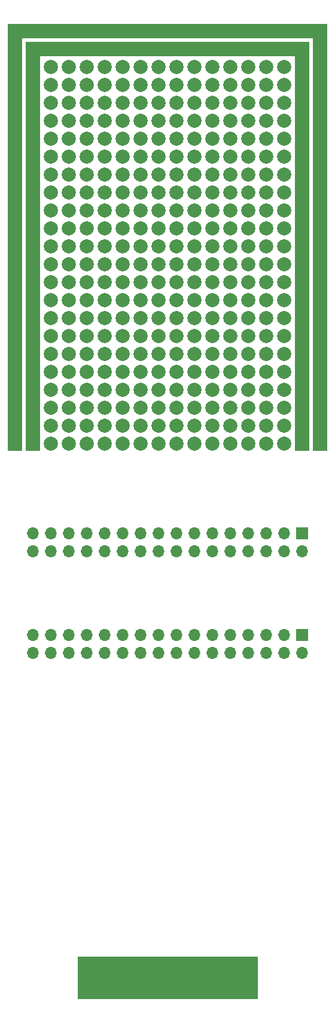
<source format=gts>
%TF.GenerationSoftware,KiCad,Pcbnew,8.0.3-8.0.3-0~ubuntu24.04.1*%
%TF.CreationDate,2024-06-19T14:37:04-05:00*%
%TF.ProjectId,protopak64,70726f74-6f70-4616-9b36-342e6b696361,rev?*%
%TF.SameCoordinates,Original*%
%TF.FileFunction,Soldermask,Top*%
%TF.FilePolarity,Negative*%
%FSLAX46Y46*%
G04 Gerber Fmt 4.6, Leading zero omitted, Abs format (unit mm)*
G04 Created by KiCad (PCBNEW 8.0.3-8.0.3-0~ubuntu24.04.1) date 2024-06-19 14:37:04*
%MOMM*%
%LPD*%
G01*
G04 APERTURE LIST*
%ADD10C,0.120000*%
%ADD11C,0.000000*%
%ADD12R,1.700000X1.700000*%
%ADD13O,1.700000X1.700000*%
%ADD14R,1.000000X5.400000*%
%ADD15R,2.000000X2.000000*%
%ADD16C,2.000000*%
G04 APERTURE END LIST*
D10*
X131064000Y-155219000D02*
X156464000Y-155219000D01*
X156464000Y-149319000D01*
X131064000Y-149319000D01*
X131064000Y-155219000D01*
G36*
X131064000Y-155219000D02*
G01*
X156464000Y-155219000D01*
X156464000Y-149319000D01*
X131064000Y-149319000D01*
X131064000Y-155219000D01*
G37*
D11*
G36*
X163814000Y-77708000D02*
G01*
X161814000Y-77708000D01*
X161814000Y-21828000D01*
X125714000Y-21828000D01*
X125714000Y-77708000D01*
X123714000Y-77708000D01*
X123714000Y-19828000D01*
X163814000Y-19828000D01*
X163814000Y-77708000D01*
G37*
G36*
X166354000Y-77708000D02*
G01*
X164354000Y-77708000D01*
X164354000Y-19288000D01*
X123174000Y-19288000D01*
X123174000Y-77708000D01*
X121174000Y-77708000D01*
X121174000Y-17288000D01*
X166354000Y-17288000D01*
X166354000Y-77708000D01*
G37*
D12*
X162814000Y-89408000D03*
D13*
X162814000Y-91948000D03*
X160274000Y-89408000D03*
X160274000Y-91948000D03*
X157734000Y-89408000D03*
X157734000Y-91948000D03*
X155194000Y-89408000D03*
X155194000Y-91948000D03*
X152654000Y-89408000D03*
X152654000Y-91948000D03*
X150114000Y-89408000D03*
X150114000Y-91948000D03*
X147574000Y-89408000D03*
X147574000Y-91948000D03*
X145034000Y-89408000D03*
X145034000Y-91948000D03*
X142494000Y-89408000D03*
X142494000Y-91948000D03*
X139954000Y-89408000D03*
X139954000Y-91948000D03*
X137414000Y-89408000D03*
X137414000Y-91948000D03*
X134874000Y-89408000D03*
X134874000Y-91948000D03*
X132334000Y-89408000D03*
X132334000Y-91948000D03*
X129794000Y-89408000D03*
X129794000Y-91948000D03*
X127254000Y-89408000D03*
X127254000Y-91948000D03*
X124714000Y-89408000D03*
X124714000Y-91948000D03*
D12*
X162814000Y-103754000D03*
D13*
X162814000Y-106294000D03*
X160274000Y-103754000D03*
X160274000Y-106294000D03*
X157734000Y-103754000D03*
X157734000Y-106294000D03*
X155194000Y-103754000D03*
X155194000Y-106294000D03*
X152654000Y-103754000D03*
X152654000Y-106294000D03*
X150114000Y-103754000D03*
X150114000Y-106294000D03*
X147574000Y-103754000D03*
X147574000Y-106294000D03*
X145034000Y-103754000D03*
X145034000Y-106294000D03*
X142494000Y-103754000D03*
X142494000Y-106294000D03*
X139954000Y-103754000D03*
X139954000Y-106294000D03*
X137414000Y-103754000D03*
X137414000Y-106294000D03*
X134874000Y-103754000D03*
X134874000Y-106294000D03*
X132334000Y-103754000D03*
X132334000Y-106294000D03*
X129794000Y-103754000D03*
X129794000Y-106294000D03*
X127254000Y-103754000D03*
X127254000Y-106294000D03*
X124714000Y-103754000D03*
X124714000Y-106294000D03*
D14*
X155014000Y-152019000D03*
X153514000Y-152019000D03*
X152014000Y-152019000D03*
X150514000Y-152019000D03*
X149014000Y-152019000D03*
X147514000Y-152019000D03*
X146014000Y-152019000D03*
X144514000Y-152019000D03*
X143014000Y-152019000D03*
X141514000Y-152019000D03*
X140014000Y-152019000D03*
X138514000Y-152019000D03*
X137014000Y-152019000D03*
X135514000Y-152019000D03*
X134014000Y-152019000D03*
X132514000Y-152019000D03*
D15*
X122174000Y-18288000D03*
X124714000Y-18288000D03*
X127254000Y-18288000D03*
X129794000Y-18288000D03*
X132334000Y-18288000D03*
X134874000Y-18288000D03*
X137414000Y-18288000D03*
X139954000Y-18288000D03*
X142494000Y-18288000D03*
X145034000Y-18288000D03*
X147574000Y-18288000D03*
X150114000Y-18288000D03*
X152654000Y-18288000D03*
X155194000Y-18288000D03*
X157734000Y-18288000D03*
X160274000Y-18288000D03*
X162814000Y-18288000D03*
X165354000Y-18288000D03*
X122174000Y-20828000D03*
X124714000Y-20828000D03*
X127254000Y-20828000D03*
X129794000Y-20828000D03*
X132334000Y-20828000D03*
X134874000Y-20828000D03*
X137414000Y-20828000D03*
X139954000Y-20828000D03*
X142494000Y-20828000D03*
X145034000Y-20828000D03*
X147574000Y-20828000D03*
X150114000Y-20828000D03*
X152654000Y-20828000D03*
X155194000Y-20828000D03*
X157734000Y-20828000D03*
X160274000Y-20828000D03*
X162814000Y-20828000D03*
X165354000Y-20828000D03*
X122174000Y-23368000D03*
X124714000Y-23368000D03*
D16*
X127254000Y-23368000D03*
X129794000Y-23368000D03*
X132334000Y-23368000D03*
X134874000Y-23368000D03*
X137414000Y-23368000D03*
X139954000Y-23368000D03*
X142494000Y-23368000D03*
X145034000Y-23368000D03*
X147574000Y-23368000D03*
X150114000Y-23368000D03*
X152654000Y-23368000D03*
X155194000Y-23368000D03*
X157734000Y-23368000D03*
X160274000Y-23368000D03*
D15*
X162814000Y-23368000D03*
X165354000Y-23368000D03*
X122174000Y-25908000D03*
X124714000Y-25908000D03*
D16*
X127254000Y-25908000D03*
X129794000Y-25908000D03*
X132334000Y-25908000D03*
X134874000Y-25908000D03*
X137414000Y-25908000D03*
X139954000Y-25908000D03*
X142494000Y-25908000D03*
X145034000Y-25908000D03*
X147574000Y-25908000D03*
X150114000Y-25908000D03*
X152654000Y-25908000D03*
X155194000Y-25908000D03*
X157734000Y-25908000D03*
X160274000Y-25908000D03*
D15*
X162814000Y-25908000D03*
X165354000Y-25908000D03*
X122174000Y-28448000D03*
X124714000Y-28448000D03*
D16*
X127254000Y-28448000D03*
X129794000Y-28448000D03*
X132334000Y-28448000D03*
X134874000Y-28448000D03*
X137414000Y-28448000D03*
X139954000Y-28448000D03*
X142494000Y-28448000D03*
X145034000Y-28448000D03*
X147574000Y-28448000D03*
X150114000Y-28448000D03*
X152654000Y-28448000D03*
X155194000Y-28448000D03*
X157734000Y-28448000D03*
X160274000Y-28448000D03*
D15*
X162814000Y-28448000D03*
X165354000Y-28448000D03*
X122174000Y-30988000D03*
X124714000Y-30988000D03*
D16*
X127254000Y-30988000D03*
X129794000Y-30988000D03*
X132334000Y-30988000D03*
X134874000Y-30988000D03*
X137414000Y-30988000D03*
X139954000Y-30988000D03*
X142494000Y-30988000D03*
X145034000Y-30988000D03*
X147574000Y-30988000D03*
X150114000Y-30988000D03*
X152654000Y-30988000D03*
X155194000Y-30988000D03*
X157734000Y-30988000D03*
X160274000Y-30988000D03*
D15*
X162814000Y-30988000D03*
X165354000Y-30988000D03*
X122174000Y-33528000D03*
X124714000Y-33528000D03*
D16*
X127254000Y-33528000D03*
X129794000Y-33528000D03*
X132334000Y-33528000D03*
X134874000Y-33528000D03*
X137414000Y-33528000D03*
X139954000Y-33528000D03*
X142494000Y-33528000D03*
X145034000Y-33528000D03*
X147574000Y-33528000D03*
X150114000Y-33528000D03*
X152654000Y-33528000D03*
X155194000Y-33528000D03*
X157734000Y-33528000D03*
X160274000Y-33528000D03*
D15*
X162814000Y-33528000D03*
X165354000Y-33528000D03*
X122174000Y-36068000D03*
X124714000Y-36068000D03*
D16*
X127254000Y-36068000D03*
X129794000Y-36068000D03*
X132334000Y-36068000D03*
X134874000Y-36068000D03*
X137414000Y-36068000D03*
X139954000Y-36068000D03*
X142494000Y-36068000D03*
X145034000Y-36068000D03*
X147574000Y-36068000D03*
X150114000Y-36068000D03*
X152654000Y-36068000D03*
X155194000Y-36068000D03*
X157734000Y-36068000D03*
X160274000Y-36068000D03*
D15*
X162814000Y-36068000D03*
X165354000Y-36068000D03*
X122174000Y-38608000D03*
X124714000Y-38608000D03*
D16*
X127254000Y-38608000D03*
X129794000Y-38608000D03*
X132334000Y-38608000D03*
X134874000Y-38608000D03*
X137414000Y-38608000D03*
X139954000Y-38608000D03*
X142494000Y-38608000D03*
X145034000Y-38608000D03*
X147574000Y-38608000D03*
X150114000Y-38608000D03*
X152654000Y-38608000D03*
X155194000Y-38608000D03*
X157734000Y-38608000D03*
X160274000Y-38608000D03*
D15*
X162814000Y-38608000D03*
X165354000Y-38608000D03*
X122174000Y-41148000D03*
X124714000Y-41148000D03*
D16*
X127254000Y-41148000D03*
X129794000Y-41148000D03*
X132334000Y-41148000D03*
X134874000Y-41148000D03*
X137414000Y-41148000D03*
X139954000Y-41148000D03*
X142494000Y-41148000D03*
X145034000Y-41148000D03*
X147574000Y-41148000D03*
X150114000Y-41148000D03*
X152654000Y-41148000D03*
X155194000Y-41148000D03*
X157734000Y-41148000D03*
X160274000Y-41148000D03*
D15*
X162814000Y-41148000D03*
X165354000Y-41148000D03*
X122174000Y-43688000D03*
X124714000Y-43688000D03*
D16*
X127254000Y-43688000D03*
X129794000Y-43688000D03*
X132334000Y-43688000D03*
X134874000Y-43688000D03*
X137414000Y-43688000D03*
X139954000Y-43688000D03*
X142494000Y-43688000D03*
X145034000Y-43688000D03*
X147574000Y-43688000D03*
X150114000Y-43688000D03*
X152654000Y-43688000D03*
X155194000Y-43688000D03*
X157734000Y-43688000D03*
X160274000Y-43688000D03*
D15*
X162814000Y-43688000D03*
X165354000Y-43688000D03*
X122174000Y-46228000D03*
X124714000Y-46228000D03*
D16*
X127254000Y-46228000D03*
X129794000Y-46228000D03*
X132334000Y-46228000D03*
X134874000Y-46228000D03*
X137414000Y-46228000D03*
X139954000Y-46228000D03*
X142494000Y-46228000D03*
X145034000Y-46228000D03*
X147574000Y-46228000D03*
X150114000Y-46228000D03*
X152654000Y-46228000D03*
X155194000Y-46228000D03*
X157734000Y-46228000D03*
X160274000Y-46228000D03*
D15*
X162814000Y-46228000D03*
X165354000Y-46228000D03*
X122174000Y-48768000D03*
X124714000Y-48768000D03*
D16*
X127254000Y-48768000D03*
X129794000Y-48768000D03*
X132334000Y-48768000D03*
X134874000Y-48768000D03*
X137414000Y-48768000D03*
X139954000Y-48768000D03*
X142494000Y-48768000D03*
X145034000Y-48768000D03*
X147574000Y-48768000D03*
X150114000Y-48768000D03*
X152654000Y-48768000D03*
X155194000Y-48768000D03*
X157734000Y-48768000D03*
X160274000Y-48768000D03*
D15*
X162814000Y-48768000D03*
X165354000Y-48768000D03*
X122174000Y-51308000D03*
X124714000Y-51308000D03*
D16*
X127254000Y-51308000D03*
X129794000Y-51308000D03*
X132334000Y-51308000D03*
X134874000Y-51308000D03*
X137414000Y-51308000D03*
X139954000Y-51308000D03*
X142494000Y-51308000D03*
X145034000Y-51308000D03*
X147574000Y-51308000D03*
X150114000Y-51308000D03*
X152654000Y-51308000D03*
X155194000Y-51308000D03*
X157734000Y-51308000D03*
X160274000Y-51308000D03*
D15*
X162814000Y-51308000D03*
X165354000Y-51308000D03*
X122174000Y-53848000D03*
X124714000Y-53848000D03*
D16*
X127254000Y-53848000D03*
X129794000Y-53848000D03*
X132334000Y-53848000D03*
X134874000Y-53848000D03*
X137414000Y-53848000D03*
X139954000Y-53848000D03*
X142494000Y-53848000D03*
X145034000Y-53848000D03*
X147574000Y-53848000D03*
X150114000Y-53848000D03*
X152654000Y-53848000D03*
X155194000Y-53848000D03*
X157734000Y-53848000D03*
X160274000Y-53848000D03*
D15*
X162814000Y-53848000D03*
X165354000Y-53848000D03*
X122174000Y-56388000D03*
X124714000Y-56388000D03*
D16*
X127254000Y-56388000D03*
X129794000Y-56388000D03*
X132334000Y-56388000D03*
X134874000Y-56388000D03*
X137414000Y-56388000D03*
X139954000Y-56388000D03*
X142494000Y-56388000D03*
X145034000Y-56388000D03*
X147574000Y-56388000D03*
X150114000Y-56388000D03*
X152654000Y-56388000D03*
X155194000Y-56388000D03*
X157734000Y-56388000D03*
X160274000Y-56388000D03*
D15*
X162814000Y-56388000D03*
X165354000Y-56388000D03*
X122174000Y-58928000D03*
X124714000Y-58928000D03*
D16*
X127254000Y-58928000D03*
X129794000Y-58928000D03*
X132334000Y-58928000D03*
X134874000Y-58928000D03*
X137414000Y-58928000D03*
X139954000Y-58928000D03*
X142494000Y-58928000D03*
X145034000Y-58928000D03*
X147574000Y-58928000D03*
X150114000Y-58928000D03*
X152654000Y-58928000D03*
X155194000Y-58928000D03*
X157734000Y-58928000D03*
X160274000Y-58928000D03*
D15*
X162814000Y-58928000D03*
X165354000Y-58928000D03*
X122174000Y-61468000D03*
X124714000Y-61468000D03*
D16*
X127254000Y-61468000D03*
X129794000Y-61468000D03*
X132334000Y-61468000D03*
X134874000Y-61468000D03*
X137414000Y-61468000D03*
X139954000Y-61468000D03*
X142494000Y-61468000D03*
X145034000Y-61468000D03*
X147574000Y-61468000D03*
X150114000Y-61468000D03*
X152654000Y-61468000D03*
X155194000Y-61468000D03*
X157734000Y-61468000D03*
X160274000Y-61468000D03*
D15*
X162814000Y-61468000D03*
X165354000Y-61468000D03*
X122174000Y-64008000D03*
X124714000Y-64008000D03*
D16*
X127254000Y-64008000D03*
X129794000Y-64008000D03*
X132334000Y-64008000D03*
X134874000Y-64008000D03*
X137414000Y-64008000D03*
X139954000Y-64008000D03*
X142494000Y-64008000D03*
X145034000Y-64008000D03*
X147574000Y-64008000D03*
X150114000Y-64008000D03*
X152654000Y-64008000D03*
X155194000Y-64008000D03*
X157734000Y-64008000D03*
X160274000Y-64008000D03*
D15*
X162814000Y-64008000D03*
X165354000Y-64008000D03*
X122174000Y-66548000D03*
X124714000Y-66548000D03*
D16*
X127254000Y-66548000D03*
X129794000Y-66548000D03*
X132334000Y-66548000D03*
X134874000Y-66548000D03*
X137414000Y-66548000D03*
X139954000Y-66548000D03*
X142494000Y-66548000D03*
X145034000Y-66548000D03*
X147574000Y-66548000D03*
X150114000Y-66548000D03*
X152654000Y-66548000D03*
X155194000Y-66548000D03*
X157734000Y-66548000D03*
X160274000Y-66548000D03*
D15*
X162814000Y-66548000D03*
X165354000Y-66548000D03*
X122174000Y-69088000D03*
X124714000Y-69088000D03*
D16*
X127254000Y-69088000D03*
X129794000Y-69088000D03*
X132334000Y-69088000D03*
X134874000Y-69088000D03*
X137414000Y-69088000D03*
X139954000Y-69088000D03*
X142494000Y-69088000D03*
X145034000Y-69088000D03*
X147574000Y-69088000D03*
X150114000Y-69088000D03*
X152654000Y-69088000D03*
X155194000Y-69088000D03*
X157734000Y-69088000D03*
X160274000Y-69088000D03*
D15*
X162814000Y-69088000D03*
X165354000Y-69088000D03*
X122174000Y-71628000D03*
X124714000Y-71628000D03*
D16*
X127254000Y-71628000D03*
X129794000Y-71628000D03*
X132334000Y-71628000D03*
X134874000Y-71628000D03*
X137414000Y-71628000D03*
X139954000Y-71628000D03*
X142494000Y-71628000D03*
X145034000Y-71628000D03*
X147574000Y-71628000D03*
X150114000Y-71628000D03*
X152654000Y-71628000D03*
X155194000Y-71628000D03*
X157734000Y-71628000D03*
X160274000Y-71628000D03*
D15*
X162814000Y-71628000D03*
X165354000Y-71628000D03*
X122174000Y-74168000D03*
X124714000Y-74168000D03*
D16*
X127254000Y-74168000D03*
X129794000Y-74168000D03*
X132334000Y-74168000D03*
X134874000Y-74168000D03*
X137414000Y-74168000D03*
X139954000Y-74168000D03*
X142494000Y-74168000D03*
X145034000Y-74168000D03*
X147574000Y-74168000D03*
X150114000Y-74168000D03*
X152654000Y-74168000D03*
X155194000Y-74168000D03*
X157734000Y-74168000D03*
X160274000Y-74168000D03*
D15*
X162814000Y-74168000D03*
X165354000Y-74168000D03*
X122174000Y-76708000D03*
X124714000Y-76708000D03*
D16*
X127254000Y-76708000D03*
X129794000Y-76708000D03*
X132334000Y-76708000D03*
X134874000Y-76708000D03*
X137414000Y-76708000D03*
X139954000Y-76708000D03*
X142494000Y-76708000D03*
X145034000Y-76708000D03*
X147574000Y-76708000D03*
X150114000Y-76708000D03*
X152654000Y-76708000D03*
X155194000Y-76708000D03*
X157734000Y-76708000D03*
X160274000Y-76708000D03*
D15*
X162814000Y-76708000D03*
X165354000Y-76708000D03*
M02*

</source>
